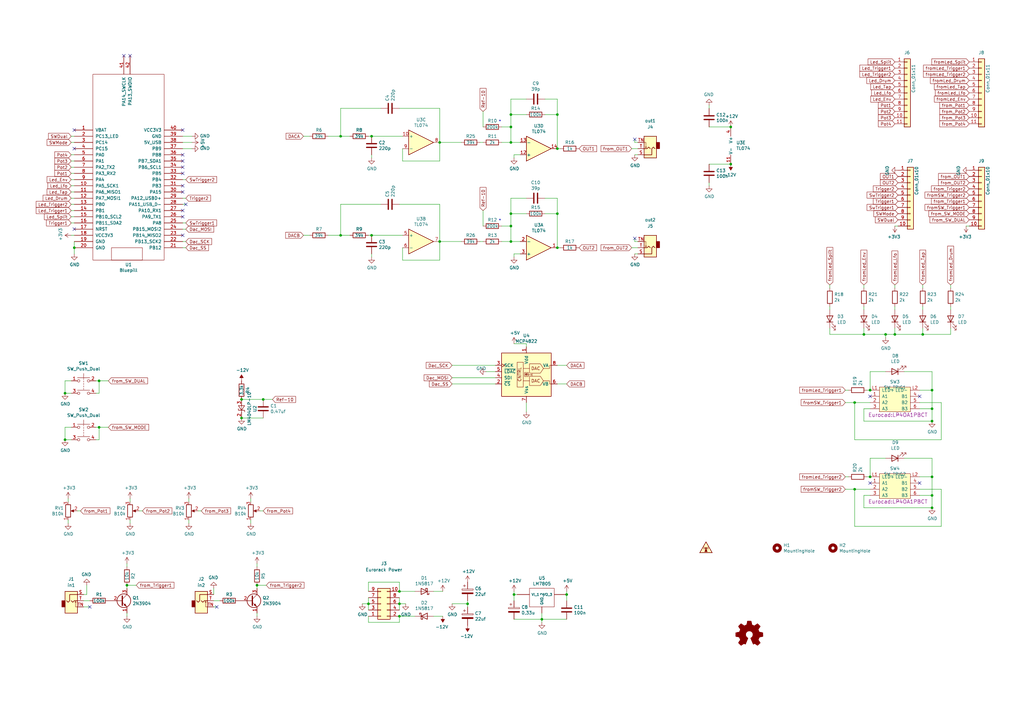
<source format=kicad_sch>
(kicad_sch (version 20211123) (generator eeschema)
  (paper "A3")
  (junction (at 228.6 46.99))
  (junction (at 356.87 160.02))
  (junction (at 209.55 99.06))
  (junction (at 210.82 243.84))
  (junction (at 191.77 247.65))
  (junction (at 354.33 137.16))
  (junction (at 30.48 101.6))
  (junction (at 228.6 87.63))
  (junction (at 40.64 156.21))
  (junction (at 382.27 203.2))
  (junction (at 367.03 137.16))
  (junction (at 350.52 165.1))
  (junction (at 152.4 55.88))
  (junction (at 99.06 171.45))
  (junction (at 180.34 58.42))
  (junction (at 382.27 208.28))
  (junction (at 382.27 167.64))
  (junction (at 152.4 96.52))
  (junction (at 222.25 254))
  (junction (at 382.27 195.58))
  (junction (at 139.7 55.88))
  (junction (at 180.34 99.06))
  (junction (at 232.41 243.84))
  (junction (at 382.27 172.72))
  (junction (at 26.67 161.29))
  (junction (at 299.72 52.07))
  (junction (at 163.83 242.57))
  (junction (at 52.07 240.03))
  (junction (at 356.87 195.58))
  (junction (at 163.83 247.65))
  (junction (at 139.7 96.52))
  (junction (at 209.55 46.99))
  (junction (at 299.72 67.31))
  (junction (at 99.06 163.83))
  (junction (at 107.95 163.83))
  (junction (at 209.55 92.71))
  (junction (at 228.6 101.6))
  (junction (at 40.64 175.26))
  (junction (at 151.13 247.65))
  (junction (at 382.27 160.02))
  (junction (at 350.52 200.66))
  (junction (at 163.83 252.73))
  (junction (at 26.67 180.34))
  (junction (at 378.46 137.16))
  (junction (at 209.55 87.63))
  (junction (at 105.41 240.03))
  (junction (at 363.22 137.16))
  (junction (at 228.6 60.96))
  (junction (at 209.55 58.42))
  (junction (at 209.55 52.07))
  (no_connect (at 74.93 96.52))
  (no_connect (at 76.2 83.82))
  (no_connect (at 260.35 97.79))
  (no_connect (at 74.93 76.2))
  (no_connect (at 74.93 68.58))
  (no_connect (at 53.34 22.86))
  (no_connect (at 377.19 162.56))
  (no_connect (at 356.87 162.56))
  (no_connect (at 74.93 66.04))
  (no_connect (at 50.8 22.86))
  (no_connect (at 74.93 78.74))
  (no_connect (at 74.93 53.34))
  (no_connect (at 260.35 57.15))
  (no_connect (at 30.48 93.98))
  (no_connect (at 74.93 86.36))
  (no_connect (at 74.93 71.12))
  (no_connect (at 36.83 248.92))
  (no_connect (at 74.93 88.9))
  (no_connect (at 30.48 53.34))
  (no_connect (at 74.93 63.5))
  (no_connect (at 30.48 60.96))
  (no_connect (at 377.19 198.12))
  (no_connect (at 356.87 198.12))
  (no_connect (at 88.9 248.92))
  (wire (pts (xy 180.34 106.68) (xy 180.34 99.06)))
  (wire (pts (xy 350.52 165.1) (xy 350.52 180.34)))
  (wire (pts (xy 350.52 180.34) (xy 386.08 180.34)))
  (wire (pts (xy 177.8 252.73) (xy 181.61 252.73)))
  (wire (pts (xy 107.95 209.55) (xy 106.68 209.55)))
  (wire (pts (xy 163.83 255.27) (xy 163.83 252.73)))
  (wire (pts (xy 382.27 187.96) (xy 382.27 195.58)))
  (wire (pts (xy 191.77 247.65) (xy 191.77 248.92)))
  (wire (pts (xy 354.33 172.72) (xy 382.27 172.72)))
  (wire (pts (xy 185.42 154.94) (xy 203.2 154.94)))
  (wire (pts (xy 382.27 203.2) (xy 382.27 208.28)))
  (wire (pts (xy 34.29 246.38) (xy 36.83 246.38)))
  (wire (pts (xy 389.89 116.84) (xy 389.89 118.11)))
  (wire (pts (xy 396.24 92.71) (xy 397.51 92.71)))
  (wire (pts (xy 39.37 156.21) (xy 40.64 156.21)))
  (wire (pts (xy 163.83 242.57) (xy 170.18 242.57)))
  (wire (pts (xy 74.93 83.82) (xy 76.2 83.82)))
  (wire (pts (xy 215.9 81.28) (xy 209.55 81.28)))
  (wire (pts (xy 223.52 46.99) (xy 228.6 46.99)))
  (wire (pts (xy 377.19 195.58) (xy 382.27 195.58)))
  (wire (pts (xy 185.42 247.65) (xy 191.77 247.65)))
  (wire (pts (xy 378.46 137.16) (xy 389.89 137.16)))
  (wire (pts (xy 185.42 149.86) (xy 203.2 149.86)))
  (wire (pts (xy 27.94 213.36) (xy 27.94 214.63)))
  (wire (pts (xy 209.55 52.07) (xy 209.55 58.42)))
  (wire (pts (xy 105.41 231.14) (xy 105.41 232.41)))
  (wire (pts (xy 290.83 67.31) (xy 299.72 67.31)))
  (wire (pts (xy 367.03 116.84) (xy 367.03 118.11)))
  (wire (pts (xy 260.35 57.15) (xy 260.35 58.42)))
  (wire (pts (xy 165.1 101.6) (xy 165.1 106.68)))
  (wire (pts (xy 34.29 243.84) (xy 35.56 243.84)))
  (wire (pts (xy 40.64 161.29) (xy 39.37 161.29)))
  (wire (pts (xy 58.42 209.55) (xy 57.15 209.55)))
  (wire (pts (xy 151.13 242.57) (xy 151.13 238.76)))
  (wire (pts (xy 355.6 195.58) (xy 356.87 195.58)))
  (wire (pts (xy 382.27 195.58) (xy 382.27 203.2)))
  (wire (pts (xy 354.33 208.28) (xy 382.27 208.28)))
  (wire (pts (xy 259.08 101.6) (xy 261.62 101.6)))
  (wire (pts (xy 76.2 73.66) (xy 74.93 73.66)))
  (wire (pts (xy 198.12 58.42) (xy 196.85 58.42)))
  (wire (pts (xy 198.12 99.06) (xy 196.85 99.06)))
  (wire (pts (xy 156.21 83.82) (xy 139.7 83.82)))
  (wire (pts (xy 163.83 83.82) (xy 180.34 83.82)))
  (wire (pts (xy 210.82 243.84) (xy 212.09 243.84)))
  (wire (pts (xy 209.55 58.42) (xy 213.36 58.42)))
  (wire (pts (xy 370.84 187.96) (xy 382.27 187.96)))
  (wire (pts (xy 165.1 66.04) (xy 180.34 66.04)))
  (wire (pts (xy 35.56 240.03) (xy 35.56 243.84)))
  (wire (pts (xy 222.25 251.46) (xy 222.25 254)))
  (wire (pts (xy 152.4 104.14) (xy 152.4 105.41)))
  (wire (pts (xy 74.93 101.6) (xy 76.2 101.6)))
  (wire (pts (xy 356.87 167.64) (xy 354.33 167.64)))
  (wire (pts (xy 180.34 58.42) (xy 180.34 44.45)))
  (wire (pts (xy 52.07 251.46) (xy 52.07 252.73)))
  (wire (pts (xy 389.89 137.16) (xy 389.89 134.62)))
  (wire (pts (xy 29.21 55.88) (xy 30.48 55.88)))
  (wire (pts (xy 29.21 81.28) (xy 30.48 81.28)))
  (wire (pts (xy 260.35 104.14) (xy 261.62 104.14)))
  (wire (pts (xy 215.9 165.1) (xy 215.9 168.91)))
  (wire (pts (xy 363.22 137.16) (xy 367.03 137.16)))
  (wire (pts (xy 356.87 203.2) (xy 354.33 203.2)))
  (wire (pts (xy 151.13 255.27) (xy 163.83 255.27)))
  (wire (pts (xy 209.55 87.63) (xy 215.9 87.63)))
  (wire (pts (xy 378.46 116.84) (xy 378.46 118.11)))
  (wire (pts (xy 33.02 209.55) (xy 31.75 209.55)))
  (wire (pts (xy 26.67 161.29) (xy 29.21 161.29)))
  (wire (pts (xy 261.62 99.06) (xy 260.35 99.06)))
  (wire (pts (xy 363.22 138.43) (xy 363.22 137.16)))
  (wire (pts (xy 139.7 83.82) (xy 139.7 96.52)))
  (wire (pts (xy 151.13 245.11) (xy 151.13 247.65)))
  (wire (pts (xy 151.13 247.65) (xy 151.13 250.19)))
  (wire (pts (xy 210.82 64.77) (xy 210.82 63.5)))
  (wire (pts (xy 74.93 55.88) (xy 78.74 55.88)))
  (wire (pts (xy 105.41 251.46) (xy 105.41 252.73)))
  (wire (pts (xy 30.48 83.82) (xy 29.21 83.82)))
  (wire (pts (xy 350.52 200.66) (xy 350.52 215.9)))
  (wire (pts (xy 350.52 165.1) (xy 356.87 165.1)))
  (wire (pts (xy 386.08 215.9) (xy 386.08 200.66)))
  (wire (pts (xy 26.67 175.26) (xy 26.67 180.34)))
  (wire (pts (xy 26.67 156.21) (xy 29.21 156.21)))
  (wire (pts (xy 354.33 203.2) (xy 354.33 208.28)))
  (wire (pts (xy 53.34 213.36) (xy 53.34 214.63)))
  (wire (pts (xy 180.34 83.82) (xy 180.34 99.06)))
  (wire (pts (xy 163.83 247.65) (xy 163.83 250.19)))
  (wire (pts (xy 222.25 255.27) (xy 222.25 254)))
  (wire (pts (xy 87.63 246.38) (xy 90.17 246.38)))
  (wire (pts (xy 53.34 204.47) (xy 53.34 205.74)))
  (wire (pts (xy 40.64 175.26) (xy 40.64 180.34)))
  (wire (pts (xy 27.94 204.47) (xy 27.94 205.74)))
  (wire (pts (xy 99.06 163.83) (xy 107.95 163.83)))
  (wire (pts (xy 74.93 99.06) (xy 76.2 99.06)))
  (wire (pts (xy 228.6 101.6) (xy 229.87 101.6)))
  (wire (pts (xy 29.21 71.12) (xy 30.48 71.12)))
  (wire (pts (xy 198.12 45.72) (xy 198.12 52.07)))
  (wire (pts (xy 124.46 55.88) (xy 127 55.88)))
  (wire (pts (xy 377.19 167.64) (xy 382.27 167.64)))
  (wire (pts (xy 180.34 58.42) (xy 189.23 58.42)))
  (wire (pts (xy 209.55 99.06) (xy 213.36 99.06)))
  (wire (pts (xy 29.21 86.36) (xy 30.48 86.36)))
  (wire (pts (xy 107.95 163.83) (xy 111.76 163.83)))
  (wire (pts (xy 340.36 137.16) (xy 354.33 137.16)))
  (wire (pts (xy 223.52 40.64) (xy 228.6 40.64)))
  (wire (pts (xy 356.87 195.58) (xy 356.87 187.96)))
  (wire (pts (xy 55.88 240.03) (xy 52.07 240.03)))
  (wire (pts (xy 215.9 140.97) (xy 210.82 140.97)))
  (wire (pts (xy 377.19 203.2) (xy 382.27 203.2)))
  (wire (pts (xy 346.71 160.02) (xy 347.98 160.02)))
  (wire (pts (xy 29.21 91.44) (xy 30.48 91.44)))
  (wire (pts (xy 210.82 104.14) (xy 213.36 104.14)))
  (wire (pts (xy 210.82 105.41) (xy 210.82 104.14)))
  (wire (pts (xy 377.19 160.02) (xy 382.27 160.02)))
  (wire (pts (xy 139.7 96.52) (xy 143.51 96.52)))
  (wire (pts (xy 40.64 156.21) (xy 44.45 156.21)))
  (wire (pts (xy 205.74 52.07) (xy 209.55 52.07)))
  (wire (pts (xy 356.87 152.4) (xy 363.22 152.4)))
  (wire (pts (xy 228.6 149.86) (xy 232.41 149.86)))
  (wire (pts (xy 30.48 73.66) (xy 29.21 73.66)))
  (wire (pts (xy 346.71 200.66) (xy 350.52 200.66)))
  (wire (pts (xy 354.33 137.16) (xy 363.22 137.16)))
  (wire (pts (xy 163.83 238.76) (xy 163.83 242.57)))
  (wire (pts (xy 223.52 81.28) (xy 228.6 81.28)))
  (wire (pts (xy 382.27 152.4) (xy 382.27 160.02)))
  (wire (pts (xy 185.42 157.48) (xy 203.2 157.48)))
  (wire (pts (xy 74.93 81.28) (xy 76.2 81.28)))
  (wire (pts (xy 180.34 66.04) (xy 180.34 58.42)))
  (wire (pts (xy 346.71 195.58) (xy 347.98 195.58)))
  (wire (pts (xy 29.21 96.52) (xy 30.48 96.52)))
  (wire (pts (xy 87.63 241.3) (xy 87.63 243.84)))
  (wire (pts (xy 205.74 58.42) (xy 209.55 58.42)))
  (wire (pts (xy 152.4 55.88) (xy 165.1 55.88)))
  (wire (pts (xy 354.33 125.73) (xy 354.33 127)))
  (wire (pts (xy 151.13 55.88) (xy 152.4 55.88)))
  (wire (pts (xy 156.21 44.45) (xy 139.7 44.45)))
  (wire (pts (xy 102.87 205.74) (xy 102.87 204.47)))
  (wire (pts (xy 39.37 175.26) (xy 40.64 175.26)))
  (wire (pts (xy 290.83 52.07) (xy 299.72 52.07)))
  (wire (pts (xy 30.48 63.5) (xy 29.21 63.5)))
  (wire (pts (xy 210.82 243.84) (xy 210.82 246.38)))
  (wire (pts (xy 228.6 40.64) (xy 228.6 46.99)))
  (wire (pts (xy 350.52 215.9) (xy 386.08 215.9)))
  (wire (pts (xy 151.13 252.73) (xy 151.13 255.27)))
  (wire (pts (xy 76.2 91.44) (xy 74.93 91.44)))
  (wire (pts (xy 210.82 254) (xy 222.25 254)))
  (wire (pts (xy 30.48 68.58) (xy 29.21 68.58)))
  (wire (pts (xy 209.55 40.64) (xy 209.55 46.99)))
  (wire (pts (xy 367.03 92.71) (xy 368.3 92.71)))
  (wire (pts (xy 82.55 209.55) (xy 81.28 209.55)))
  (wire (pts (xy 102.87 214.63) (xy 102.87 213.36)))
  (wire (pts (xy 77.47 213.36) (xy 77.47 214.63)))
  (wire (pts (xy 354.33 134.62) (xy 354.33 137.16)))
  (wire (pts (xy 40.64 156.21) (xy 40.64 161.29)))
  (wire (pts (xy 166.37 247.65) (xy 163.83 247.65)))
  (wire (pts (xy 260.35 63.5) (xy 261.62 63.5)))
  (wire (pts (xy 30.48 88.9) (xy 29.21 88.9)))
  (wire (pts (xy 30.48 78.74) (xy 29.21 78.74)))
  (wire (pts (xy 210.82 242.57) (xy 210.82 243.84)))
  (wire (pts (xy 109.22 240.03) (xy 105.41 240.03)))
  (wire (pts (xy 30.48 99.06) (xy 30.48 101.6)))
  (wire (pts (xy 29.21 58.42) (xy 30.48 58.42)))
  (wire (pts (xy 148.59 247.65) (xy 151.13 247.65)))
  (wire (pts (xy 152.4 63.5) (xy 152.4 64.77)))
  (wire (pts (xy 378.46 134.62) (xy 378.46 137.16)))
  (wire (pts (xy 290.83 43.18) (xy 290.83 44.45)))
  (wire (pts (xy 180.34 99.06) (xy 189.23 99.06)))
  (wire (pts (xy 215.9 142.24) (xy 215.9 140.97)))
  (wire (pts (xy 163.83 245.11) (xy 163.83 247.65)))
  (wire (pts (xy 52.07 231.14) (xy 52.07 232.41)))
  (wire (pts (xy 30.48 101.6) (xy 30.48 104.14)))
  (wire (pts (xy 151.13 96.52) (xy 152.4 96.52)))
  (wire (pts (xy 29.21 66.04) (xy 30.48 66.04)))
  (wire (pts (xy 340.36 116.84) (xy 340.36 118.11)))
  (wire (pts (xy 191.77 247.65) (xy 191.77 246.38)))
  (wire (pts (xy 74.93 58.42) (xy 78.74 58.42)))
  (wire (pts (xy 228.6 87.63) (xy 228.6 101.6)))
  (wire (pts (xy 356.87 160.02) (xy 356.87 152.4)))
  (wire (pts (xy 165.1 106.68) (xy 180.34 106.68)))
  (wire (pts (xy 382.27 160.02) (xy 382.27 167.64)))
  (wire (pts (xy 386.08 180.34) (xy 386.08 165.1)))
  (wire (pts (xy 232.41 242.57) (xy 232.41 243.84)))
  (wire (pts (xy 165.1 60.96) (xy 165.1 66.04)))
  (wire (pts (xy 198.12 86.36) (xy 198.12 92.71)))
  (wire (pts (xy 386.08 200.66) (xy 377.19 200.66)))
  (wire (pts (xy 223.52 87.63) (xy 228.6 87.63)))
  (wire (pts (xy 350.52 200.66) (xy 356.87 200.66)))
  (wire (pts (xy 228.6 157.48) (xy 232.41 157.48)))
  (wire (pts (xy 367.03 125.73) (xy 367.03 127)))
  (wire (pts (xy 354.33 167.64) (xy 354.33 172.72)))
  (wire (pts (xy 34.29 248.92) (xy 36.83 248.92)))
  (wire (pts (xy 127 96.52) (xy 124.46 96.52)))
  (wire (pts (xy 222.25 254) (xy 232.41 254)))
  (wire (pts (xy 210.82 63.5) (xy 213.36 63.5)))
  (wire (pts (xy 205.74 92.71) (xy 209.55 92.71)))
  (wire (pts (xy 228.6 46.99) (xy 228.6 60.96)))
  (wire (pts (xy 87.63 248.92) (xy 88.9 248.92)))
  (wire (pts (xy 389.89 125.73) (xy 389.89 127)))
  (wire (pts (xy 340.36 125.73) (xy 340.36 127)))
  (wire (pts (xy 163.83 252.73) (xy 170.18 252.73)))
  (wire (pts (xy 378.46 125.73) (xy 378.46 127)))
  (wire (pts (xy 203.2 152.4) (xy 199.39 152.4)))
  (wire (pts (xy 386.08 165.1) (xy 377.19 165.1)))
  (wire (pts (xy 26.67 180.34) (xy 29.21 180.34)))
  (wire (pts (xy 134.62 55.88) (xy 139.7 55.88)))
  (wire (pts (xy 209.55 81.28) (xy 209.55 87.63)))
  (wire (pts (xy 105.41 240.03) (xy 105.41 241.3)))
  (wire (pts (xy 346.71 165.1) (xy 350.52 165.1)))
  (wire (pts (xy 382.27 167.64) (xy 382.27 172.72)))
  (wire (pts (xy 259.08 60.96) (xy 261.62 60.96)))
  (wire (pts (xy 26.67 156.21) (xy 26.67 161.29)))
  (wire (pts (xy 52.07 240.03) (xy 52.07 241.3)))
  (wire (pts (xy 77.47 204.47) (xy 77.47 205.74)))
  (wire (pts (xy 367.03 134.62) (xy 367.03 137.16)))
  (wire (pts (xy 354.33 118.11) (xy 354.33 116.84)))
  (wire (pts (xy 355.6 160.02) (xy 356.87 160.02)))
  (wire (pts (xy 99.06 171.45) (xy 107.95 171.45)))
  (wire (pts (xy 139.7 55.88) (xy 143.51 55.88)))
  (wire (pts (xy 228.6 81.28) (xy 228.6 87.63)))
  (wire (pts (xy 228.6 60.96) (xy 229.87 60.96)))
  (wire (pts (xy 40.64 175.26) (xy 44.45 175.26)))
  (wire (pts (xy 356.87 187.96) (xy 363.22 187.96)))
  (wire (pts (xy 209.55 92.71) (xy 209.55 87.63)))
  (wire (pts (xy 74.93 93.98) (xy 76.2 93.98)))
  (wire (pts (xy 181.61 242.57) (xy 177.8 242.57)))
  (wire (pts (xy 260.35 58.42) (xy 261.62 58.42)))
  (wire (pts (xy 260.35 99.06) (xy 260.35 97.79)))
  (wire (pts (xy 209.55 92.71) (xy 209.55 99.06)))
  (wire (pts (xy 290.83 74.93) (xy 290.83 76.2)))
  (wire (pts (xy 29.21 76.2) (xy 30.48 76.2)))
  (wire (pts (xy 209.55 52.07) (xy 209.55 46.99)))
  (wire (pts (xy 152.4 96.52) (xy 165.1 96.52)))
  (wire (pts (xy 29.21 175.26) (xy 26.67 175.26)))
  (wire (pts (xy 215.9 40.64) (xy 209.55 40.64)))
  (wire (pts (xy 74.93 60.96) (xy 78.74 60.96)))
  (wire (pts (xy 340.36 134.62) (xy 340.36 137.16)))
  (wire (pts (xy 134.62 96.52) (xy 139.7 96.52)))
  (wire (pts (xy 209.55 46.99) (xy 215.9 46.99)))
  (wire (pts (xy 370.84 152.4) (xy 382.27 152.4)))
  (wire (pts (xy 205.74 99.06) (xy 209.55 99.06)))
  (wire (pts (xy 232.41 243.84) (xy 232.41 246.38)))
  (wire (pts (xy 180.34 44.45) (xy 163.83 44.45)))
  (wire (pts (xy 367.03 137.16) (xy 378.46 137.16)))
  (wire (pts (xy 151.13 238.76) (xy 163.83 238.76)))
  (wire (pts (xy 40.64 180.34) (xy 39.37 180.34)))
  (wire (pts (xy 139.7 44.45) (xy 139.7 55.88)))
  (text "*" (at 204.47 50.8 0) (effects (font (size 1.27 1.27)) (justify left bottom)))
  (text "*" (at 204.47 91.44 0) (effects (font (size 1.27 1.27)) (justify left bottom)))
  (global_label "SWDual" (shape input) (at 29.21 55.88 180) (property "Intersheet References" "${INTERSHEET_REFS}" (effects hide)))
  (global_label "Pot4" (shape input) (at 367.03 50.8 180) (property "Intersheet References" "${INTERSHEET_REFS}" (effects hide)))
  (global_label "Dac_SS" (shape input) (at 185.42 157.48 180) (property "Intersheet References" "${INTERSHEET_REFS}" (effects hide)))
  (global_label "Led_Env" (shape input) (at 29.21 73.66 180) (property "Intersheet References" "${INTERSHEET_REFS}" (effects hide)))
  (global_label "Led_Lfo" (shape input) (at 367.03 38.1 180) (property "Intersheet References" "${INTERSHEET_REFS}" (effects hide)))
  (global_label "from_SW_MODE" (shape input) (at 397.51 87.63 180) (property "Intersheet References" "${INTERSHEET_REFS}" (effects hide)))
  (global_label "from_Pot2" (shape input) (at 58.42 209.55 0) (property "Intersheet References" "${INTERSHEET_REFS}" (effects hide)))
  (global_label "fromLed_Split" (shape input) (at 340.36 116.84 90) (property "Intersheet References" "${INTERSHEET_REFS}" (effects hide)))
  (global_label "SwTrigger2" (shape input) (at 76.2 73.66 0) (property "Intersheet References" "${INTERSHEET_REFS}" (effects hide)))
  (global_label "Led_Lfo" (shape input) (at 29.21 76.2 180) (property "Intersheet References" "${INTERSHEET_REFS}" (effects hide)))
  (global_label "fromLed_Trigger2" (shape input) (at 346.71 195.58 180) (property "Intersheet References" "${INTERSHEET_REFS}" (effects hide)))
  (global_label "from_OUT1" (shape input) (at 397.51 72.39 180) (property "Intersheet References" "${INTERSHEET_REFS}" (effects hide)))
  (global_label "fromLed_Split" (shape input) (at 397.51 25.4 180) (property "Intersheet References" "${INTERSHEET_REFS}" (effects hide)))
  (global_label "from_OUT2" (shape input) (at 259.08 101.6 180) (property "Intersheet References" "${INTERSHEET_REFS}" (effects hide)))
  (global_label "Pot1" (shape input) (at 367.03 43.18 180) (property "Intersheet References" "${INTERSHEET_REFS}" (effects hide)))
  (global_label "from_Trigger2" (shape input) (at 397.51 77.47 180) (property "Intersheet References" "${INTERSHEET_REFS}" (effects hide)))
  (global_label "fromLed_Env" (shape input) (at 397.51 40.64 180) (property "Intersheet References" "${INTERSHEET_REFS}" (effects hide)))
  (global_label "fromSW_Trigger1" (shape input) (at 397.51 85.09 180) (property "Intersheet References" "${INTERSHEET_REFS}" (effects hide)))
  (global_label "Led_Env" (shape input) (at 367.03 40.64 180) (property "Intersheet References" "${INTERSHEET_REFS}" (effects hide)))
  (global_label "from_OUT1" (shape input) (at 259.08 60.96 180) (property "Intersheet References" "${INTERSHEET_REFS}" (effects hide)))
  (global_label "SwTrigger2" (shape input) (at 368.3 80.01 180) (property "Intersheet References" "${INTERSHEET_REFS}" (effects hide)))
  (global_label "from_SW_DUAL" (shape input) (at 44.45 156.21 0) (property "Intersheet References" "${INTERSHEET_REFS}" (effects hide)))
  (global_label "SWDual" (shape input) (at 368.3 90.17 180) (property "Intersheet References" "${INTERSHEET_REFS}" (effects hide)))
  (global_label "Pot3" (shape input) (at 367.03 48.26 180) (property "Intersheet References" "${INTERSHEET_REFS}" (effects hide)))
  (global_label "Led_Tap" (shape input) (at 29.21 78.74 180) (property "Intersheet References" "${INTERSHEET_REFS}" (effects hide)))
  (global_label "fromLed_Env" (shape input) (at 354.33 116.84 90) (property "Intersheet References" "${INTERSHEET_REFS}" (effects hide)))
  (global_label "DACA" (shape input) (at 124.46 55.88 180) (property "Intersheet References" "${INTERSHEET_REFS}" (effects hide)))
  (global_label "from_Pot1" (shape input) (at 33.02 209.55 0) (property "Intersheet References" "${INTERSHEET_REFS}" (effects hide)))
  (global_label "fromSW_Trigger1" (shape input) (at 346.71 165.1 180) (property "Intersheet References" "${INTERSHEET_REFS}" (effects hide)))
  (global_label "Dac_SCK" (shape input) (at 185.42 149.86 180) (property "Intersheet References" "${INTERSHEET_REFS}" (effects hide)))
  (global_label "fromLed_Tap" (shape input) (at 378.46 116.84 90) (property "Intersheet References" "${INTERSHEET_REFS}" (effects hide)))
  (global_label "Led_Trigger1" (shape input) (at 367.03 27.94 180) (property "Intersheet References" "${INTERSHEET_REFS}" (effects hide)))
  (global_label "DACB" (shape input) (at 124.46 96.52 180) (property "Intersheet References" "${INTERSHEET_REFS}" (effects hide)))
  (global_label "fromLed_Tap" (shape input) (at 397.51 35.56 180) (property "Intersheet References" "${INTERSHEET_REFS}" (effects hide)))
  (global_label "from_Pot3" (shape input) (at 82.55 209.55 0) (property "Intersheet References" "${INTERSHEET_REFS}" (effects hide)))
  (global_label "fromSW_Trigger2" (shape input) (at 346.71 200.66 180) (property "Intersheet References" "${INTERSHEET_REFS}" (effects hide)))
  (global_label "fromLed_Trigger2" (shape input) (at 397.51 30.48 180) (property "Intersheet References" "${INTERSHEET_REFS}" (effects hide)))
  (global_label "from_Pot1" (shape input) (at 397.51 43.18 180) (property "Intersheet References" "${INTERSHEET_REFS}" (effects hide)))
  (global_label "Pot2" (shape input) (at 367.03 45.72 180) (property "Intersheet References" "${INTERSHEET_REFS}" (effects hide)))
  (global_label "from_Pot4" (shape input) (at 107.95 209.55 0) (property "Intersheet References" "${INTERSHEET_REFS}" (effects hide)))
  (global_label "OUT2" (shape input) (at 368.3 74.93 180) (property "Intersheet References" "${INTERSHEET_REFS}" (effects hide)))
  (global_label "Led_Drum" (shape input) (at 367.03 33.02 180) (property "Intersheet References" "${INTERSHEET_REFS}" (effects hide)))
  (global_label "Ref-10" (shape input) (at 198.12 86.36 90) (property "Intersheet References" "${INTERSHEET_REFS}" (effects hide)))
  (global_label "Led_Drum" (shape input) (at 29.21 81.28 180) (property "Intersheet References" "${INTERSHEET_REFS}" (effects hide)))
  (global_label "from_SW_DUAL" (shape input) (at 397.51 90.17 180) (property "Intersheet References" "${INTERSHEET_REFS}" (effects hide)))
  (global_label "from_OUT2" (shape input) (at 397.51 74.93 180) (property "Intersheet References" "${INTERSHEET_REFS}" (effects hide)))
  (global_label "Led_Split" (shape input) (at 367.03 25.4 180) (property "Intersheet References" "${INTERSHEET_REFS}" (effects hide)))
  (global_label "from_Pot2" (shape input) (at 397.51 45.72 180) (property "Intersheet References" "${INTERSHEET_REFS}" (effects hide)))
  (global_label "SwTrigger1" (shape input) (at 76.2 91.44 0) (property "Intersheet References" "${INTERSHEET_REFS}" (effects hide)))
  (global_label "fromLed_Drum" (shape input) (at 397.51 33.02 180) (property "Intersheet References" "${INTERSHEET_REFS}" (effects hide)))
  (global_label "Led_Split" (shape input) (at 29.21 88.9 180) (property "Intersheet References" "${INTERSHEET_REFS}" (effects hide)))
  (global_label "Dac_SCK" (shape input) (at 76.2 99.06 0) (property "Intersheet References" "${INTERSHEET_REFS}" (effects hide)))
  (global_label "SwTrigger1" (shape input) (at 368.3 85.09 180) (property "Intersheet References" "${INTERSHEET_REFS}" (effects hide)))
  (global_label "Dac_MOSI" (shape input) (at 76.2 93.98 0) (property "Intersheet References" "${INTERSHEET_REFS}" (effects hide)))
  (global_label "OUT1" (shape input) (at 237.49 60.96 0) (property "Intersheet References" "${INTERSHEET_REFS}" (effects hide)))
  (global_label "Trigger2" (shape input) (at 368.3 77.47 180) (property "Intersheet References" "${INTERSHEET_REFS}" (effects hide)))
  (global_label "Led_Trigger2" (shape input) (at 29.21 83.82 180) (property "Intersheet References" "${INTERSHEET_REFS}" (effects hide)))
  (global_label "from_Pot4" (shape input) (at 397.51 50.8 180) (property "Intersheet References" "${INTERSHEET_REFS}" (effects hide)))
  (global_label "Led_Tap" (shape input) (at 367.03 35.56 180) (property "Intersheet References" "${INTERSHEET_REFS}" (effects hide)))
  (global_label "from_SW_MODE" (shape input) (at 44.45 175.26 0) (property "Intersheet References" "${INTERSHEET_REFS}" (effects hide)))
  (global_label "Pot4" (shape input) (at 29.21 63.5 180) (property "Intersheet References" "${INTERSHEET_REFS}" (effects hide)))
  (global_label "fromLed_Trigger1" (shape input) (at 346.71 160.02 180) (property "Intersheet References" "${INTERSHEET_REFS}" (effects hide)))
  (global_label "fromLed_Trigger1" (shape input) (at 397.51 27.94 180) (property "Intersheet References" "${INTERSHEET_REFS}" (effects hide)))
  (global_label "DACA" (shape input) (at 232.41 149.86 0) (property "Intersheet References" "${INTERSHEET_REFS}" (effects hide)))
  (global_label "Pot1" (shape input) (at 29.21 71.12 180) (property "Intersheet References" "${INTERSHEET_REFS}" (effects hide)))
  (global_label "from_Pot3" (shape input) (at 397.51 48.26 180) (property "Intersheet References" "${INTERSHEET_REFS}" (effects hide)))
  (global_label "from_Trigger1" (shape input) (at 55.88 240.03 0) (property "Intersheet References" "${INTERSHEET_REFS}" (effects hide)))
  (global_label "Pot3" (shape input) (at 29.21 66.04 180) (property "Intersheet References" "${INTERSHEET_REFS}" (effects hide)))
  (global_label "Trigger2" (shape input) (at 76.2 81.28 0) (property "Intersheet References" "${INTERSHEET_REFS}" (effects hide)))
  (global_label "SWMode" (shape input) (at 368.3 87.63 180) (property "Intersheet References" "${INTERSHEET_REFS}" (effects hide)))
  (global_label "Led_Trigger1" (shape input) (at 29.21 86.36 180) (property "Intersheet References" "${INTERSHEET_REFS}" (effects hide)))
  (global_label "fromLed_Lfo" (shape input) (at 397.51 38.1 180) (property "Intersheet References" "${INTERSHEET_REFS}" (effects hide)))
  (global_label "fromLed_Lfo" (shape input) (at 367.03 116.84 90) (property "Intersheet References" "${INTERSHEET_REFS}" (effects hide)))
  (global_label "SWMode" (shape input) (at 29.21 58.42 180) (property "Intersheet References" "${INTERSHEET_REFS}" (effects hide)))
  (global_label "OUT1" (shape input) (at 368.3 72.39 180) (property "Intersheet References" "${INTERSHEET_REFS}" (effects hide)))
  (global_label "DACB" (shape input) (at 232.41 157.48 0) (property "Intersheet References" "${INTERSHEET_REFS}" (effects hide)))
  (global_label "Ref-10" (shape input) (at 111.76 163.83 0) (property "Intersheet References" "${INTERSHEET_REFS}" (effects hide)))
  (global_label "from_Trigger2" (shape input) (at 109.22 240.03 0) (property "Intersheet References" "${INTERSHEET_REFS}" (effects hide)))
  (global_label "Ref-10" (shape input) (at 198.12 45.72 90) (property "Intersheet References" "${INTERSHEET_REFS}" (effects hide)))
  (global_label "Led_Trigger2" (shape input) (at 367.03 30.48 180) (property "Intersheet References" "${INTERSHEET_REFS}" (effects hide)))
  (global_label "Dac_SS" (shape input) (at 76.2 101.6 0) (property "Intersheet References" "${INTERSHEET_REFS}" (effects hide)))
  (global_label "Pot2" (shape input) (at 29.21 68.58 180) (property "Intersheet References" "${INTERSHEET_REFS}" (effects hide)))
  (global_label "Dac_MOSI" (shape input) (at 185.42 154.94 180) (property "Intersheet References" "${INTERSHEET_REFS}" (effects hide)))
  (global_label "Trigger1" (shape input) (at 29.21 91.44 180) (property "Intersheet References" "${INTERSHEET_REFS}" (effects hide)))
  (global_label "OUT2" (shape input) (at 237.49 101.6 0) (property "Intersheet References" "${INTERSHEET_REFS}" (effects hide)))
  (global_label "fromLed_Drum" (shape input) (at 389.89 116.84 90) (property "Intersheet References" "${INTERSHEET_REFS}" (effects hide)))
  (global_label "Trigger1" (shape input) (at 368.3 82.55 180) (property "Intersheet References" "${INTERSHEET_REFS}" (effects hide)))
  (global_label "fromSW_Trigger2" (shape input) (at 397.51 80.01 180) (property "Intersheet References" "${INTERSHEET_REFS}" (effects hide)))
  (global_label "from_Trigger1" (shape input) (at 397.51 82.55 180) (property "Intersheet References" "${INTERSHEET_REFS}" (effects hide)))
  (symbol (lib_id "bluepill_breakouts:BluePill_STM32F103C") (at 52.07 71.12 0) (unit 1)
    (property "Reference" "U1" (at 52.705 108.5342 0))
    (property "Value" "Bluepill" (at 52.705 110.8456 0))
    (property "Footprint" "BluePill_breakouts:BluePill_STM32F103C" (effects hide))
    (property "Datasheet" "www.rogerclark.net" (effects hide))
  )
  (symbol (lib_id "Connector_Generic:Conn_02x05_Odd_Even") (at 156.21 247.65 0) (mirror x) (unit 1)
    (property "Reference" "J3" (at 157.48 231.14 0))
    (property "Value" "Eurorack Power" (at 157.48 233.68 0))
    (property "Footprint" "Connector_IDC:IDC-Header_2x05_P2.54mm_Vertical" (effects hide))
  )
  (symbol (lib_id "power:-12V") (at 181.61 252.73 180) (unit 1)
    (property "Reference" "#PWR031" (effects hide))
    (property "Value" "-12V" (at 181.229 257.1242 0))
  )
  (symbol (lib_id "Diode:1N5817") (at 173.99 252.73 0) (unit 1)
    (property "Reference" "D2" (at 173.99 247.2182 0))
    (property "Value" "1N5817" (at 173.99 249.5296 0))
    (property "Footprint" "Diode_THT:D_DO-41_SOD81_P10.16mm_Horizontal" (effects hide))
    (property "Datasheet" "http://www.vishay.com/docs/88525/1n5817.pdf" (effects hide))
  )
  (symbol (lib_id "Diode:1N5817") (at 173.99 242.57 180) (unit 1)
    (property "Reference" "D1" (at 173.99 237.0582 0))
    (property "Value" "1N5817" (at 173.99 239.3696 0))
    (property "Footprint" "Diode_THT:D_DO-41_SOD81_P10.16mm_Horizontal" (effects hide))
    (property "Datasheet" "http://www.vishay.com/docs/88525/1n5817.pdf" (effects hide))
  )
  (symbol (lib_id "power:+12V") (at 181.61 242.57 0) (unit 1)
    (property "Reference" "#PWR030" (effects hide))
    (property "Value" "+12V" (at 181.991 238.1758 0))
  )
  (symbol (lib_id "power:GND") (at 148.59 247.65 0) (unit 1)
    (property "Reference" "#PWR026" (effects hide))
    (property "Value" "GND" (at 148.717 252.0442 0))
  )
  (symbol (lib_id "power:GND") (at 166.37 247.65 0) (unit 1)
    (property "Reference" "#PWR029" (effects hide))
    (property "Value" "GND" (at 166.497 252.0442 0))
  )
  (symbol (lib_id "Device:CP") (at 191.77 242.57 0) (unit 1)
    (property "Reference" "C6" (at 194.7672 241.4016 0) (effects (justify left)))
    (property "Value" "22uf" (at 194.7672 243.713 0) (effects (justify left)))
    (property "Footprint" "Capacitor_THT:CP_Radial_D5.0mm_P2.50mm" (effects hide))
  )
  (symbol (lib_id "Device:CP") (at 191.77 252.73 0) (unit 1)
    (property "Reference" "C7" (at 194.7672 251.5616 0) (effects (justify left)))
    (property "Value" "22uf" (at 194.7672 253.873 0) (effects (justify left)))
    (property "Footprint" "Capacitor_THT:CP_Radial_D5.0mm_P2.50mm" (effects hide))
  )
  (symbol (lib_id "power:GND") (at 185.42 247.65 0) (unit 1)
    (property "Reference" "#PWR032" (effects hide))
    (property "Value" "GND" (at 185.547 252.0442 0))
  )
  (symbol (lib_id "power:-12V") (at 191.77 256.54 180) (unit 1)
    (property "Reference" "#PWR034" (effects hide))
    (property "Value" "-12V" (at 191.389 260.9342 0))
  )
  (symbol (lib_id "power:+12V") (at 191.77 238.76 0) (unit 1)
    (property "Reference" "#PWR033" (effects hide))
    (property "Value" "+12V" (at 192.151 234.3658 0))
  )
  (symbol (lib_id "power:GND") (at 222.25 255.27 0) (unit 1)
    (property "Reference" "#PWR041" (effects hide))
    (property "Value" "GND" (at 222.377 259.6642 0))
  )
  (symbol (lib_id "Device:CP") (at 210.82 250.19 0) (unit 1)
    (property "Reference" "C8" (at 213.8172 249.0216 0) (effects (justify left)))
    (property "Value" "0,33u" (at 213.8172 251.333 0) (effects (justify left)))
    (property "Footprint" "Capacitor_THT:CP_Radial_D5.0mm_P2.50mm" (effects hide))
  )
  (symbol (lib_id "power:+12V") (at 210.82 242.57 0) (unit 1)
    (property "Reference" "#PWR039" (effects hide))
    (property "Value" "+12V" (at 211.201 238.1758 0))
  )
  (symbol (lib_id "Device:C") (at 232.41 250.19 0) (unit 1)
    (property "Reference" "C11" (at 235.331 249.0216 0) (effects (justify left)))
    (property "Value" "100n" (at 235.331 251.333 0) (effects (justify left)))
    (property "Footprint" "Capacitor_THT:C_Disc_D3.4mm_W2.1mm_P2.50mm" (effects hide))
  )
  (symbol (lib_id "power:+5V") (at 232.41 242.57 0) (unit 1)
    (property "Reference" "#PWR042" (effects hide))
    (property "Value" "+5V" (at 232.791 238.1758 0))
  )
  (symbol (lib_id "Device:R_POT") (at 27.94 209.55 0) (mirror x) (unit 1)
    (property "Reference" "RV1" (at 26.162 208.3816 0) (effects (justify right)))
    (property "Value" "B10k" (at 26.162 210.693 0) (effects (justify right)))
    (property "Footprint" "Potentiometer_THT:Potentiometer_Alps_RK09K_Single_Vertical" (effects hide))
  )
  (symbol (lib_id "power:+3.3V") (at 27.94 204.47 0) (unit 1)
    (property "Reference" "#PWR04" (effects hide))
    (property "Value" "+3.3V" (at 28.321 200.0758 0))
  )
  (symbol (lib_id "power:GND") (at 27.94 214.63 0) (unit 1)
    (property "Reference" "#PWR05" (effects hide))
    (property "Value" "GND" (at 28.067 219.0242 0))
  )
  (symbol (lib_id "Device:R_POT") (at 53.34 209.55 0) (mirror x) (unit 1)
    (property "Reference" "RV2" (at 51.562 208.3816 0) (effects (justify right)))
    (property "Value" "B10k" (at 51.562 210.693 0) (effects (justify right)))
    (property "Footprint" "Potentiometer_THT:Potentiometer_Alps_RK09K_Single_Vertical" (effects hide))
  )
  (symbol (lib_id "power:+3.3V") (at 53.34 204.47 0) (unit 1)
    (property "Reference" "#PWR012" (effects hide))
    (property "Value" "+3.3V" (at 53.721 200.0758 0))
  )
  (symbol (lib_id "power:GND") (at 53.34 214.63 0) (unit 1)
    (property "Reference" "#PWR013" (effects hide))
    (property "Value" "GND" (at 53.467 219.0242 0))
  )
  (symbol (lib_id "Device:R_POT") (at 77.47 209.55 0) (mirror x) (unit 1)
    (property "Reference" "RV3" (at 75.692 208.3816 0) (effects (justify right)))
    (property "Value" "B10k" (at 75.692 210.693 0) (effects (justify right)))
    (property "Footprint" "Potentiometer_THT:Potentiometer_Alps_RK09K_Single_Vertical" (effects hide))
  )
  (symbol (lib_id "power:+3.3V") (at 77.47 204.47 0) (unit 1)
    (property "Reference" "#PWR015" (effects hide))
    (property "Value" "+3.3V" (at 77.851 200.0758 0))
  )
  (symbol (lib_id "power:GND") (at 77.47 214.63 0) (unit 1)
    (property "Reference" "#PWR016" (effects hide))
    (property "Value" "GND" (at 77.597 219.0242 0))
  )
  (symbol (lib_id "Device:R_POT") (at 102.87 209.55 0) (mirror x) (unit 1)
    (property "Reference" "RV4" (at 101.092 208.3816 0) (effects (justify right)))
    (property "Value" "B10k" (at 101.092 210.693 0) (effects (justify right)))
    (property "Footprint" "Potentiometer_THT:Potentiometer_Alps_RK09K_Single_Vertical" (effects hide))
  )
  (symbol (lib_id "power:+3.3V") (at 102.87 204.47 0) (unit 1)
    (property "Reference" "#PWR022" (effects hide))
    (property "Value" "+3.3V" (at 103.251 200.0758 0))
  )
  (symbol (lib_id "power:GND") (at 102.87 214.63 0) (unit 1)
    (property "Reference" "#PWR023" (effects hide))
    (property "Value" "GND" (at 102.997 219.0242 0))
  )
  (symbol (lib_id "power:+3.3V") (at 29.21 96.52 90) (unit 1)
    (property "Reference" "#PWR06" (effects hide))
    (property "Value" "+3.3V" (at 24.8158 96.139 0))
  )
  (symbol (lib_id "Connector:AudioJack2_SwitchT") (at 29.21 246.38 0) (unit 1)
    (property "Reference" "J1" (at 29.21 237.49 0))
    (property "Value" "in1" (at 29.21 240.03 0))
    (property "Footprint" "Connector_Audio:Jack_3.5mm_QingPu_WQP-PJ398SM_Vertical_CircularHoles" (effects hide))
  )
  (symbol (lib_id "Transistor_BJT:2N3904") (at 49.53 246.38 0) (unit 1)
    (property "Reference" "Q1" (at 54.356 245.2116 0) (effects (justify left)))
    (property "Value" "2N3904" (at 54.356 247.523 0) (effects (justify left)))
    (property "Footprint" "Package_TO_SOT_THT:TO-92_Inline" (effects hide))
    (property "Datasheet" "https://www.onsemi.com/pub/Collateral/2N3903-D.PDF" (effects hide))
  )
  (symbol (lib_id "Device:R") (at 40.64 246.38 90) (unit 1)
    (property "Reference" "R1" (at 40.64 243.84 90))
    (property "Value" "100k" (at 40.64 246.38 90))
    (property "Footprint" "Resistor_THT:R_Axial_DIN0204_L3.6mm_D1.6mm_P7.62mm_Horizontal" (effects hide))
  )
  (symbol (lib_id "power:GND") (at 52.07 252.73 0) (unit 1)
    (property "Reference" "#PWR011" (effects hide))
    (property "Value" "GND" (at 52.197 257.1242 0))
  )
  (symbol (lib_id "Device:R") (at 52.07 236.22 0) (unit 1)
    (property "Reference" "R2" (at 54.61 236.22 90))
    (property "Value" "10k" (at 52.07 236.22 90))
    (property "Footprint" "Resistor_THT:R_Axial_DIN0204_L3.6mm_D1.6mm_P7.62mm_Horizontal" (effects hide))
  )
  (symbol (lib_id "power:+3.3V") (at 52.07 231.14 0) (unit 1)
    (property "Reference" "#PWR010" (effects hide))
    (property "Value" "+3.3V" (at 52.451 226.7458 0))
  )
  (symbol (lib_id "Connector:AudioJack2_SwitchT") (at 82.55 246.38 0) (unit 1)
    (property "Reference" "J2" (at 82.55 237.49 0))
    (property "Value" "in2" (at 82.55 240.03 0))
    (property "Footprint" "Connector_Audio:Jack_3.5mm_QingPu_WQP-PJ398SM_Vertical_CircularHoles" (effects hide))
  )
  (symbol (lib_id "Transistor_BJT:2N3904") (at 102.87 246.38 0) (unit 1)
    (property "Reference" "Q2" (at 107.696 245.2116 0) (effects (justify left)))
    (property "Value" "2N3904" (at 107.696 247.523 0) (effects (justify left)))
    (property "Footprint" "Package_TO_SOT_THT:TO-92_Inline" (effects hide))
    (property "Datasheet" "https://www.onsemi.com/pub/Collateral/2N3903-D.PDF" (effects hide))
  )
  (symbol (lib_id "Device:R") (at 93.98 246.38 90) (unit 1)
    (property "Reference" "R3" (at 93.98 243.84 90))
    (property "Value" "100k" (at 93.98 246.38 90))
    (property "Footprint" "Resistor_THT:R_Axial_DIN0204_L3.6mm_D1.6mm_P7.62mm_Horizontal" (effects hide))
  )
  (symbol (lib_id "power:GND") (at 105.41 252.73 0) (unit 1)
    (property "Reference" "#PWR025" (effects hide))
    (property "Value" "GND" (at 105.537 257.1242 0))
  )
  (symbol (lib_id "Device:R") (at 105.41 236.22 0) (unit 1)
    (property "Reference" "R5" (at 107.95 236.22 90))
    (property "Value" "10k" (at 105.41 236.22 90))
    (property "Footprint" "Resistor_THT:R_Axial_DIN0204_L3.6mm_D1.6mm_P7.62mm_Horizontal" (effects hide))
  )
  (symbol (lib_id "power:+3.3V") (at 105.41 231.14 0) (unit 1)
    (property "Reference" "#PWR024" (effects hide))
    (property "Value" "+3.3V" (at 105.791 226.7458 0))
  )
  (symbol (lib_id "eurocad:LP4OA1PBCT") (at 367.03 163.83 0) (unit 1)
    (property "Reference" "SW3" (at 367.03 156.591 0))
    (property "Value" "SW_TRIG1" (at 367.03 158.9024 0))
    (property "Footprint" "Eurocad:LP4OA1PBCT" (at 368.3 170.18 0) (effects (font (size 1.524 1.524))))
    (property "Datasheet" "~" (at 368.3 170.18 0) (effects (font (size 1.524 1.524))))
  )
  (symbol (lib_id "eurocad:LP4OA1PBCT") (at 367.03 199.39 0) (unit 1)
    (property "Reference" "SW4" (at 367.03 192.151 0))
    (property "Value" "SW_TRIG2" (at 367.03 194.4624 0))
    (property "Footprint" "Eurocad:LP4OA1PBCT" (at 368.3 205.74 0) (effects (font (size 1.524 1.524))))
    (property "Datasheet" "~" (at 368.3 205.74 0) (effects (font (size 1.524 1.524))))
  )
  (symbol (lib_id "power:GND") (at 30.48 104.14 0) (unit 1)
    (property "Reference" "#PWR07" (effects hide))
    (property "Value" "GND" (at 30.607 108.5342 0))
  )
  (symbol (lib_id "power:GND") (at 78.74 55.88 90) (unit 1)
    (property "Reference" "#PWR017" (effects hide))
    (property "Value" "GND" (at 81.9912 55.753 90) (effects (justify right)))
  )
  (symbol (lib_id "Device:LED") (at 340.36 130.81 90) (unit 1)
    (property "Reference" "D3" (at 343.3572 129.8194 90) (effects (justify right)))
    (property "Value" "LED" (at 343.3572 132.1308 90) (effects (justify right)))
    (property "Footprint" "LED_THT:LED_D3.0mm" (effects hide))
  )
  (symbol (lib_id "Device:LED") (at 354.33 130.81 90) (unit 1)
    (property "Reference" "D4" (at 357.3272 129.8194 90) (effects (justify right)))
    (property "Value" "LED" (at 357.3272 132.1308 90) (effects (justify right)))
    (property "Footprint" "LED_THT:LED_D3.0mm" (effects hide))
  )
  (symbol (lib_id "Device:LED") (at 367.03 130.81 90) (unit 1)
    (property "Reference" "D5" (at 370.0272 129.8194 90) (effects (justify right)))
    (property "Value" "LED" (at 370.0272 132.1308 90) (effects (justify right)))
    (property "Footprint" "LED_THT:LED_D3.0mm" (effects hide))
  )
  (symbol (lib_id "Device:LED") (at 378.46 130.81 90) (unit 1)
    (property "Reference" "D6" (at 381.4572 129.8194 90) (effects (justify right)))
    (property "Value" "LED" (at 381.4572 132.1308 90) (effects (justify right)))
    (property "Footprint" "LED_THT:LED_D3.0mm" (effects hide))
  )
  (symbol (lib_id "Device:LED") (at 389.89 130.81 90) (unit 1)
    (property "Reference" "D7" (at 392.8872 129.8194 90) (effects (justify right)))
    (property "Value" "LED" (at 392.8872 132.1308 90) (effects (justify right)))
    (property "Footprint" "LED_THT:LED_D3.0mm" (effects hide))
  )
  (symbol (lib_id "Device:R") (at 340.36 121.92 0) (unit 1)
    (property "Reference" "R18" (at 342.138 120.7516 0) (effects (justify left)))
    (property "Value" "2k" (at 342.138 123.063 0) (effects (justify left)))
    (property "Footprint" "Resistor_THT:R_Axial_DIN0204_L3.6mm_D1.6mm_P7.62mm_Horizontal" (effects hide))
  )
  (symbol (lib_id "Device:R") (at 354.33 121.92 0) (unit 1)
    (property "Reference" "R21" (at 356.108 120.7516 0) (effects (justify left)))
    (property "Value" "2k" (at 356.108 123.063 0) (effects (justify left)))
    (property "Footprint" "Resistor_THT:R_Axial_DIN0204_L3.6mm_D1.6mm_P7.62mm_Horizontal" (effects hide))
  )
  (symbol (lib_id "Device:R") (at 367.03 121.92 0) (unit 1)
    (property "Reference" "R22" (at 368.808 120.7516 0) (effects (justify left)))
    (property "Value" "2k" (at 368.808 123.063 0) (effects (justify left)))
    (property "Footprint" "Resistor_THT:R_Axial_DIN0204_L3.6mm_D1.6mm_P7.62mm_Horizontal" (effects hide))
  )
  (symbol (lib_id "Device:R") (at 378.46 121.92 0) (unit 1)
    (property "Reference" "R23" (at 380.238 120.7516 0) (effects (justify left)))
    (property "Value" "2k" (at 380.238 123.063 0) (effects (justify left)))
    (property "Footprint" "Resistor_THT:R_Axial_DIN0204_L3.6mm_D1.6mm_P7.62mm_Horizontal" (effects hide))
  )
  (symbol (lib_id "Device:R") (at 389.89 121.92 0) (unit 1)
    (property "Reference" "R24" (at 391.668 120.7516 0) (effects (justify left)))
    (property "Value" "2k" (at 391.668 123.063 0) (effects (justify left)))
    (property "Footprint" "Resistor_THT:R_Axial_DIN0204_L3.6mm_D1.6mm_P7.62mm_Horizontal" (effects hide))
  )
  (symbol (lib_id "Device:R") (at 351.79 160.02 90) (unit 1)
    (property "Reference" "R19" (at 350.6216 158.242 0) (effects (justify left)))
    (property "Value" "2k" (at 352.933 158.242 0) (effects (justify left)))
    (property "Footprint" "Resistor_THT:R_Axial_DIN0204_L3.6mm_D1.6mm_P7.62mm_Horizontal" (effects hide))
  )
  (symbol (lib_id "Device:R") (at 351.79 195.58 90) (unit 1)
    (property "Reference" "R20" (at 350.6216 193.802 0) (effects (justify left)))
    (property "Value" "2k" (at 352.933 193.802 0) (effects (justify left)))
    (property "Footprint" "Resistor_THT:R_Axial_DIN0204_L3.6mm_D1.6mm_P7.62mm_Horizontal" (effects hide))
  )
  (symbol (lib_id "Device:R") (at 130.81 55.88 270) (unit 1)
    (property "Reference" "R6" (at 130.81 53.34 90))
    (property "Value" "39k" (at 130.81 55.88 90))
    (property "Footprint" "Resistor_THT:R_Axial_DIN0204_L3.6mm_D1.6mm_P7.62mm_Horizontal" (effects hide))
  )
  (symbol (lib_id "Device:C") (at 160.02 44.45 90) (unit 1)
    (property "Reference" "C4" (at 158.8516 41.529 0) (effects (justify left)))
    (property "Value" "220p" (at 161.163 41.529 0) (effects (justify left)))
    (property "Footprint" "Capacitor_THT:C_Disc_D3.4mm_W2.1mm_P2.50mm" (effects hide))
  )
  (symbol (lib_id "Amplifier_Operational:TL074") (at 172.72 99.06 0) (unit 2)
    (property "Reference" "U3" (at 172.72 89.7382 0))
    (property "Value" "TL074" (at 172.72 92.0496 0))
    (property "Footprint" "Package_DIP:DIP-14_W7.62mm_Socket_LongPads" (effects hide))
    (property "Datasheet" "http://www.ti.com/lit/ds/symlink/tl071.pdf" (effects hide))
  )
  (symbol (lib_id "Device:R") (at 201.93 58.42 270) (unit 1)
    (property "Reference" "R11" (at 201.93 55.88 90))
    (property "Value" "2k" (at 201.93 58.42 90))
    (property "Footprint" "Resistor_THT:R_Axial_DIN0204_L3.6mm_D1.6mm_P7.62mm_Horizontal" (effects hide))
  )
  (symbol (lib_id "Amplifier_Operational:TL074") (at 220.98 101.6 0) (mirror x) (unit 1)
    (property "Reference" "U3" (at 220.98 92.2782 0))
    (property "Value" "TL074" (at 220.98 94.5896 0))
    (property "Footprint" "Package_DIP:DIP-14_W7.62mm_Socket_LongPads" (effects hide))
    (property "Datasheet" "http://www.ti.com/lit/ds/symlink/tl071.pdf" (effects hide))
  )
  (symbol (lib_id "Device:R") (at 201.93 52.07 270) (unit 1)
    (property "Reference" "R10" (at 201.93 49.53 90))
    (property "Value" "200k" (at 201.93 52.07 90))
    (property "Footprint" "Resistor_THT:R_Axial_DIN0204_L3.6mm_D1.6mm_P7.62mm_Horizontal" (effects hide))
  )
  (symbol (lib_id "Device:R") (at 219.71 46.99 270) (unit 1)
    (property "Reference" "R14" (at 219.71 44.45 90))
    (property "Value" "100k" (at 219.71 46.99 90))
    (property "Footprint" "Resistor_THT:R_Axial_DIN0204_L3.6mm_D1.6mm_P7.62mm_Horizontal" (effects hide))
  )
  (symbol (lib_id "Device:R") (at 130.81 96.52 270) (unit 1)
    (property "Reference" "R7" (at 130.81 93.98 90))
    (property "Value" "39k" (at 130.81 96.52 90))
    (property "Footprint" "Resistor_THT:R_Axial_DIN0204_L3.6mm_D1.6mm_P7.62mm_Horizontal" (effects hide))
  )
  (symbol (lib_id "Amplifier_Operational:TL074") (at 220.98 60.96 0) (mirror x) (unit 4)
    (property "Reference" "U3" (at 220.98 51.6382 0))
    (property "Value" "TL074" (at 220.98 53.9496 0))
    (property "Footprint" "Package_DIP:DIP-14_W7.62mm_Socket_LongPads" (effects hide))
    (property "Datasheet" "http://www.ti.com/lit/ds/symlink/tl071.pdf" (effects hide))
  )
  (symbol (lib_id "power:-12V") (at 99.06 156.21 0) (unit 1)
    (property "Reference" "#PWR020" (effects hide))
    (property "Value" "-12V" (at 99.441 151.8158 0))
  )
  (symbol (lib_id "Device:R") (at 99.06 160.02 180) (unit 1)
    (property "Reference" "R4" (at 101.6 160.02 90))
    (property "Value" "3.3k" (at 99.06 160.02 90))
    (property "Footprint" "Resistor_THT:R_Axial_DIN0204_L3.6mm_D1.6mm_P7.62mm_Horizontal" (effects hide))
  )
  (symbol (lib_id "power:GND") (at 99.06 171.45 0) (unit 1)
    (property "Reference" "#PWR021" (effects hide))
    (property "Value" "GND" (at 99.187 175.8442 0))
  )
  (symbol (lib_id "Device:C") (at 219.71 40.64 90) (unit 1)
    (property "Reference" "C9" (at 219.71 34.2392 90))
    (property "Value" "39p" (at 219.71 36.5506 90))
    (property "Footprint" "Capacitor_THT:C_Disc_D3.4mm_W2.1mm_P2.50mm" (effects hide))
  )
  (symbol (lib_id "Device:C") (at 219.71 81.28 90) (unit 1)
    (property "Reference" "C10" (at 219.71 74.8792 90))
    (property "Value" "39p" (at 219.71 77.1906 90))
    (property "Footprint" "Capacitor_THT:C_Disc_D3.4mm_W2.1mm_P2.50mm" (effects hide))
  )
  (symbol (lib_id "Amplifier_Operational:TL074") (at 297.18 59.69 0) (mirror y) (unit 5)
    (property "Reference" "U3" (at 301.9552 58.5216 0) (effects (justify right)))
    (property "Value" "TL074" (at 301.9552 60.833 0) (effects (justify right)))
    (property "Footprint" "Package_DIP:DIP-14_W7.62mm_Socket_LongPads" (effects hide))
    (property "Datasheet" "http://www.ti.com/lit/ds/symlink/tl071.pdf" (effects hide))
  )
  (symbol (lib_id "power:-12V") (at 299.72 67.31 180) (unit 1)
    (property "Reference" "#PWR048" (effects hide))
    (property "Value" "-12V" (at 299.339 71.7042 0))
  )
  (symbol (lib_id "power:+12V") (at 299.72 52.07 0) (unit 1)
    (property "Reference" "#PWR047" (effects hide))
    (property "Value" "+12V" (at 300.101 47.6758 0))
  )
  (symbol (lib_id "Device:C") (at 107.95 167.64 0) (unit 1)
    (property "Reference" "C1" (at 110.871 166.4716 0) (effects (justify left)))
    (property "Value" "0.47uf" (at 110.871 168.783 0) (effects (justify left)))
    (property "Footprint" "Capacitor_THT:C_Disc_D3.4mm_W2.1mm_P2.50mm" (effects hide))
  )
  (symbol (lib_id "Connector_Generic:Conn_01x11") (at 372.11 38.1 0) (unit 1)
    (property "Reference" "J6" (at 370.84 21.59 0) (effects (justify left)))
    (property "Value" "Conn_01x11" (at 374.65 38.1 90) (effects (justify left)))
    (property "Footprint" "Connector_PinHeader_2.54mm:PinHeader_1x14_P2.54mm_Vertical" (effects hide))
  )
  (symbol (lib_id "Connector_Generic:Conn_01x10") (at 402.59 80.01 0) (unit 1)
    (property "Reference" "J9" (at 401.32 66.04 0) (effects (justify left)))
    (property "Value" "Conn_01x10" (at 405.13 80.01 90) (effects (justify left)))
    (property "Footprint" "Connector_PinSocket_2.54mm:PinSocket_1x07_P2.54mm_Vertical" (effects hide))
  )
  (symbol (lib_id "Connector_Generic:Conn_01x10") (at 373.38 80.01 0) (unit 1)
    (property "Reference" "J7" (at 372.11 66.04 0) (effects (justify left)))
    (property "Value" "Conn_01x10" (at 375.92 80.01 90) (effects (justify left)))
    (property "Footprint" "Connector_PinHeader_2.54mm:PinHeader_1x07_P2.54mm_Vertical" (effects hide))
  )
  (symbol (lib_id "power:GND") (at 26.67 161.29 0) (unit 1)
    (property "Reference" "#PWR02" (effects hide))
    (property "Value" "GND" (at 26.797 165.6842 0))
  )
  (symbol (lib_id "Switch:SW_Push_Dual") (at 34.29 156.21 0) (unit 1)
    (property "Reference" "SW1" (at 34.29 148.971 0))
    (property "Value" "SW_Push_Dual" (at 34.29 151.2824 0))
    (property "Footprint" "Button_Switch_THT:SW_PUSH_6mm" (effects hide))
  )
  (symbol (lib_id "power:+3.3V") (at 396.24 92.71 180) (unit 1)
    (property "Reference" "#PWR054" (effects hide))
    (property "Value" "+3.3V" (at 395.859 97.1042 0))
  )
  (symbol (lib_id "power:+3.3V") (at 367.03 92.71 180) (unit 1)
    (property "Reference" "#PWR051" (effects hide))
    (property "Value" "+3.3V" (at 366.649 97.1042 0))
  )
  (symbol (lib_id "Switch:SW_Push_Dual") (at 34.29 175.26 0) (unit 1)
    (property "Reference" "SW2" (at 34.29 168.021 0))
    (property "Value" "SW_Push_Dual" (at 34.29 170.3324 0))
    (property "Footprint" "Button_Switch_THT:SW_PUSH_6mm" (effects hide))
  )
  (symbol (lib_id "Connector_Generic:Conn_01x11") (at 402.59 38.1 0) (unit 1)
    (property "Reference" "J8" (at 401.32 21.59 0) (effects (justify left)))
    (property "Value" "Conn_01x11" (at 405.13 38.1 90) (effects (justify left)))
    (property "Footprint" "Connector_PinSocket_2.54mm:PinSocket_1x14_P2.54mm_Vertical" (effects hide))
  )
  (symbol (lib_id "power:GND") (at 35.56 240.03 180) (unit 1)
    (property "Reference" "#PWR08" (effects hide))
    (property "Value" "GND" (at 35.433 235.6358 0))
  )
  (symbol (lib_id "power:GND") (at 87.63 241.3 180) (unit 1)
    (property "Reference" "#PWR018" (effects hide))
    (property "Value" "GND" (at 87.503 236.9058 0))
  )
  (symbol (lib_id "power:GND") (at 363.22 138.43 0) (unit 1)
    (property "Reference" "#PWR049" (effects hide))
    (property "Value" "GND" (at 363.347 142.8242 0))
  )
  (symbol (lib_id "power:GND") (at 260.35 104.14 0) (unit 1)
    (property "Reference" "#PWR046" (effects hide))
    (property "Value" "GND" (at 260.477 108.5342 0))
  )
  (symbol (lib_id "power:GND") (at 260.35 63.5 0) (unit 1)
    (property "Reference" "#PWR044" (effects hide))
    (property "Value" "GND" (at 260.477 67.8942 0))
  )
  (symbol (lib_id "power:GND") (at 397.51 69.85 270) (unit 1)
    (property "Reference" "#PWR055" (effects hide))
    (property "Value" "GND" (at 393.1158 69.977 0))
  )
  (symbol (lib_id "power:GND") (at 368.3 69.85 270) (unit 1)
    (property "Reference" "#PWR050" (effects hide))
    (property "Value" "GND" (at 363.9058 69.977 0))
  )
  (symbol (lib_id "Analog_DAC:MCP4822") (at 215.9 152.4 0) (unit 1)
    (property "Reference" "U4" (at 215.9 137.6426 0))
    (property "Value" "MCP4822" (at 215.9 139.954 0))
    (property "Footprint" "Package_DIP:DIP-8_W7.62mm" (effects hide))
    (property "Datasheet" "http://ww1.microchip.com/downloads/en/DeviceDoc/20002249B.pdf" (effects hide))
  )
  (symbol (lib_id "eurocad:LM7805") (at 222.25 245.11 0) (unit 1)
    (property "Reference" "U5" (at 222.25 237.109 0))
    (property "Value" "LM7805" (at 222.25 239.4204 0))
    (property "Footprint" "Package_TO_SOT_THT:TO-220-3_Horizontal_TabDown" (effects hide))
    (property "Datasheet" "regulator\\lm78xx.pdf" (effects hide))
  )
  (symbol (lib_id "power:GND") (at 382.27 172.72 0) (unit 1)
    (property "Reference" "#PWR052" (effects hide))
    (property "Value" "GND" (at 382.397 177.1142 0))
  )
  (symbol (lib_id "power:GND") (at 382.27 208.28 0) (unit 1)
    (property "Reference" "#PWR053" (effects hide))
    (property "Value" "GND" (at 382.397 212.6742 0))
  )
  (symbol (lib_id "power:GND") (at 26.67 180.34 0) (unit 1)
    (property "Reference" "#PWR03" (effects hide))
    (property "Value" "GND" (at 26.797 184.7342 0))
  )
  (symbol (lib_id "Mechanical:MountingHole") (at 318.77 224.79 0) (unit 1)
    (property "Reference" "H1" (at 321.31 223.6216 0) (effects (justify left)))
    (property "Value" "MountingHole" (at 321.31 225.933 0) (effects (justify left)))
    (property "Footprint" "MountingHole:MountingHole_3.2mm_M3" (effects hide))
  )
  (symbol (lib_id "Mechanical:MountingHole") (at 341.63 224.79 0) (unit 1)
    (property "Reference" "H2" (at 344.17 223.6216 0) (effects (justify left)))
    (property "Value" "MountingHole" (at 344.17 225.933 0) (effects (justify left)))
    (property "Footprint" "MountingHole:MountingHole_3.2mm_M3" (effects hide))
  )
  (symbol (lib_id "power:+5V") (at 210.82 140.97 0) (unit 1)
    (property "Reference" "#PWR038" (effects hide))
    (property "Value" "+5V" (at 211.201 136.5758 0))
  )
  (symbol (lib_id "Device:R") (at 147.32 55.88 270) (unit 1)
    (property "Reference" "R8" (at 147.32 53.34 90))
    (property "Value" "39k" (at 147.32 55.88 90))
    (property "Footprint" "Resistor_THT:R_Axial_DIN0204_L3.6mm_D1.6mm_P7.62mm_Horizontal" (effects hide))
  )
  (symbol (lib_id "Device:C") (at 152.4 59.69 0) (unit 1)
    (property "Reference" "C2" (at 155.321 58.5216 0) (effects (justify left)))
    (property "Value" "220p" (at 155.321 60.833 0) (effects (justify left)))
    (property "Footprint" "Capacitor_THT:C_Disc_D3.4mm_W2.1mm_P2.50mm" (effects hide))
  )
  (symbol (lib_id "power:GND") (at 152.4 64.77 0) (unit 1)
    (property "Reference" "#PWR027" (effects hide))
    (property "Value" "GND" (at 152.527 69.1642 0))
  )
  (symbol (lib_id "power:GND") (at 210.82 64.77 0) (unit 1)
    (property "Reference" "#PWR036" (effects hide))
    (property "Value" "GND" (at 210.947 69.1642 0))
  )
  (symbol (lib_id "Device:R") (at 233.68 60.96 270) (unit 1)
    (property "Reference" "R16" (at 233.68 58.42 90))
    (property "Value" "1k" (at 233.68 60.96 90))
    (property "Footprint" "Resistor_THT:R_Axial_DIN0204_L3.6mm_D1.6mm_P7.62mm_Horizontal" (effects hide))
  )
  (symbol (lib_id "Connector:AudioJack2_SwitchT") (at 266.7 60.96 180) (unit 1)
    (property "Reference" "J4" (at 266.7 52.07 0))
    (property "Value" "out1" (at 266.7 49.53 0))
    (property "Footprint" "Connector_Audio:Jack_3.5mm_QingPu_WQP-PJ398SM_Vertical_CircularHoles" (effects hide))
  )
  (symbol (lib_id "Device:R") (at 147.32 96.52 270) (unit 1)
    (property "Reference" "R9" (at 147.32 93.98 90))
    (property "Value" "39k" (at 147.32 96.52 90))
    (property "Footprint" "Resistor_THT:R_Axial_DIN0204_L3.6mm_D1.6mm_P7.62mm_Horizontal" (effects hide))
  )
  (symbol (lib_id "Device:C") (at 152.4 100.33 0) (unit 1)
    (property "Reference" "C3" (at 155.321 99.1616 0) (effects (justify left)))
    (property "Value" "220p" (at 155.321 101.473 0) (effects (justify left)))
    (property "Footprint" "Capacitor_THT:C_Disc_D3.4mm_W2.1mm_P2.50mm" (effects hide))
  )
  (symbol (lib_id "power:GND") (at 152.4 105.41 0) (unit 1)
    (property "Reference" "#PWR028" (effects hide))
    (property "Value" "GND" (at 152.527 109.8042 0))
  )
  (symbol (lib_id "Amplifier_Operational:TL074") (at 172.72 58.42 0) (unit 3)
    (property "Reference" "U3" (at 172.72 49.0982 0))
    (property "Value" "TL074" (at 172.72 51.4096 0))
    (property "Footprint" "Package_DIP:DIP-14_W7.62mm_Socket_LongPads" (effects hide))
    (property "Datasheet" "http://www.ti.com/lit/ds/symlink/tl071.pdf" (effects hide))
  )
  (symbol (lib_id "Device:R") (at 201.93 99.06 270) (unit 1)
    (property "Reference" "R13" (at 201.93 96.52 90))
    (property "Value" "2k" (at 201.93 99.06 90))
    (property "Footprint" "Resistor_THT:R_Axial_DIN0204_L3.6mm_D1.6mm_P7.62mm_Horizontal" (effects hide))
  )
  (symbol (lib_id "Device:R") (at 201.93 92.71 270) (unit 1)
    (property "Reference" "R12" (at 201.93 90.17 90))
    (property "Value" "200k" (at 201.93 92.71 90))
    (property "Footprint" "Resistor_THT:R_Axial_DIN0204_L3.6mm_D1.6mm_P7.62mm_Horizontal" (effects hide))
  )
  (symbol (lib_id "Device:R") (at 219.71 87.63 270) (unit 1)
    (property "Reference" "R15" (at 219.71 85.09 90))
    (property "Value" "100k" (at 219.71 87.63 90))
    (property "Footprint" "Resistor_THT:R_Axial_DIN0204_L3.6mm_D1.6mm_P7.62mm_Horizontal" (effects hide))
  )
  (symbol (lib_id "power:GND") (at 210.82 105.41 0) (unit 1)
    (property "Reference" "#PWR037" (effects hide))
    (property "Value" "GND" (at 210.947 109.8042 0))
  )
  (symbol (lib_id "Device:R") (at 233.68 101.6 270) (unit 1)
    (property "Reference" "R17" (at 233.68 99.06 90))
    (property "Value" "1k" (at 233.68 101.6 90))
    (property "Footprint" "Resistor_THT:R_Axial_DIN0204_L3.6mm_D1.6mm_P7.62mm_Horizontal" (effects hide))
  )
  (symbol (lib_id "Connector:AudioJack2_SwitchT") (at 266.7 101.6 180) (unit 1)
    (property "Reference" "J5" (at 266.7 92.71 0))
    (property "Value" "out2" (at 266.7 90.17 0))
    (property "Footprint" "Connector_Audio:Jack_3.5mm_QingPu_WQP-PJ398SM_Vertical_CircularHoles" (effects hide))
  )
  (symbol (lib_id "Device:C") (at 290.83 48.26 0) (unit 1)
    (property "Reference" "C12" (at 293.751 47.0916 0) (effects (justify left)))
    (property "Value" "100n" (at 293.751 49.403 0) (effects (justify left)))
    (property "Footprint" "Capacitor_THT:C_Disc_D3.4mm_W2.1mm_P2.50mm" (effects hide))
  )
  (symbol (lib_id "Graphic:Logo_Open_Hardware_Small") (at 307.34 260.35 0) (unit 1)
    (property "Reference" "#LOGO1" (effects hide))
    (property "Value" "Logo_Open_Hardware_Small" (effects hide))
    (property "Footprint" "Symbol:OSHW-Logo2_7.3x6mm_SilkScreen" (effects hide))
  )
  (symbol (lib_id "power:GND") (at 199.39 152.4 270) (unit 1)
    (property "Reference" "#PWR035" (effects hide))
    (property "Value" "GND" (at 199.39 151.13 90) (effects (justify right)))
  )
  (symbol (lib_id "power:GND") (at 215.9 168.91 0) (unit 1)
    (property "Reference" "#PWR040" (effects hide))
    (property "Value" "GND" (at 216.027 173.3042 0))
  )
  (symbol (lib_id "Graphic:Logo_Open_Hardware_Small") (at 307.34 260.35 0) (unit 1)
    (property "Reference" "#LOGO2" (effects hide))
    (property "Value" "Logo_Open_Hardware_Small" (effects hide))
    (property "Footprint" "Symbol:OSHW-Logo2_7.3x6mm_SilkScreen" (effects hide))
  )
  (symbol (lib_id "Reference_Voltage:LM4040LP-10") (at 99.06 167.64 270) (unit 1)
    (property "Reference" "U2" (at 104.5464 167.64 0))
    (property "Value" "LM4040LP-10" (at 102.235 167.64 0))
    (property "Footprint" "Package_TO_SOT_THT:TO-92_Inline" (effects hide))
    (property "Datasheet" "http://www.ti.com/lit/ds/symlink/lm4040-n.pdf" (effects hide))
  )
  (symbol (lib_id "Device:C") (at 160.02 83.82 90) (unit 1)
    (property "Reference" "C5" (at 158.8516 80.899 0) (effects (justify left)))
    (property "Value" "220p" (at 161.163 80.899 0) (effects (justify left)))
    (property "Footprint" "Capacitor_THT:C_Disc_D3.4mm_W2.1mm_P2.50mm" (effects hide))
  )
  (symbol (lib_id "power:+5V") (at 78.74 58.42 270) (unit 1)
    (property "Reference" "#PWR01" (effects hide))
    (property "Value" "+5V" (at 83.1342 58.801 0))
  )
  (symbol (lib_id "Device:R") (at 193.04 58.42 270) (unit 1)
    (property "Reference" "R25" (at 193.04 55.88 90))
    (property "Value" "39k" (at 193.04 58.42 90))
    (property "Footprint" "Resistor_THT:R_Axial_DIN0204_L3.6mm_D1.6mm_P7.62mm_Horizontal" (effects hide))
  )
  (symbol (lib_id "Device:R") (at 193.04 99.06 270) (unit 1)
    (property "Reference" "R26" (at 193.04 96.52 90))
    (property "Value" "39k" (at 193.04 99.06 90))
    (property "Footprint" "Resistor_THT:R_Axial_DIN0204_L3.6mm_D1.6mm_P7.62mm_Horizontal" (effects hide))
  )
  (symbol (lib_id "Device:LED") (at 367.03 152.4 180) (unit 1)
    (property "Reference" "D8" (at 367.2078 145.923 0))
    (property "Value" "LED" (at 367.2078 148.2344 0))
    (property "Footprint" "LED_THT:LED_D3.0mm" (effects hide))
  )
  (symbol (lib_id "Device:LED") (at 367.03 187.96 180) (unit 1)
    (property "Reference" "D9" (at 367.2078 181.483 0))
    (property "Value" "LED" (at 367.2078 183.7944 0))
    (property "Footprint" "LED_THT:LED_D3.0mm" (effects hide))
  )
  (symbol (lib_id "Graphic:SYM_Radio_Waves_Small") (at 289.56 224.79 0) (unit 1)
    (property "Reference" "#SYM1" (effects hide))
    (property "Value" "SYM_Radio_Waves_Small" (effects hide))
    (property "Footprint" "Downloads:apeks 1" (effects hide))
  )
  (symbol (lib_id "Device:C") (at 290.83 71.12 0) (unit 1)
    (property "Reference" "C13" (at 293.751 69.9516 0) (effects (justify left)))
    (property "Value" "100n" (at 293.751 72.263 0) (effects (justify left)))
    (property "Footprint" "Capacitor_THT:C_Disc_D3.4mm_W2.1mm_P2.50mm" (effects hide))
  )
  (symbol (lib_id "power:GND") (at 290.83 43.18 180) (unit 1)
    (property "Reference" "#PWR0101" (effects hide))
    (property "Value" "GND" (at 290.703 38.7858 0))
  )
  (symbol (lib_id "power:GND") (at 290.83 76.2 0) (unit 1)
    (property "Reference" "#PWR0102" (effects hide))
    (property "Value" "GND" (at 290.957 80.5942 0))
  )
  (symbol (lib_id "power:GND") (at 78.74 60.96 90) (unit 1)
    (property "Reference" "#PWR0103" (effects hide))
    (property "Value" "GND" (at 81.9912 60.833 90) (effects (justify right)))
  )
)
</source>
